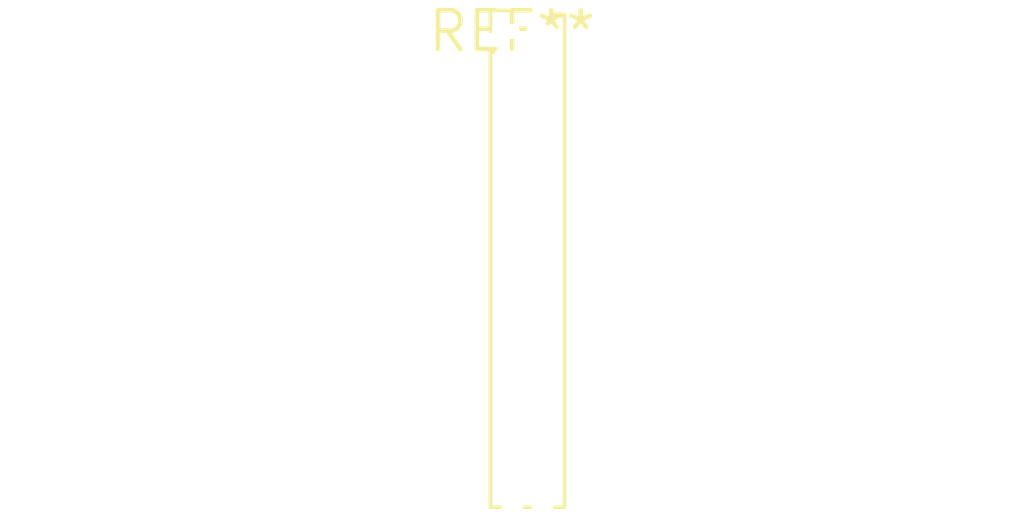
<source format=kicad_pcb>
(kicad_pcb (version 20240108) (generator pcbnew)
  (layers (0 "F.Cu" signal) (31 "B.Cu" signal) (34 "B.Paste" user) (35 "F.Paste" user) (36 "B.SilkS" user "B.Silkscreen") (37 "F.SilkS" user "F.Silkscreen") (38 "B.Mask" user) (39 "F.Mask" user) (44 "Edge.Cuts" user))
  (net 0 "")
  (footprint "PinHeader_2x16_P1.00mm_Vertical" (layer "F.Cu") (at 0 0)
    (property "Reference" "REF**")
    (property "Value" "PinHeader_2x16_P1.00mm_Vertical")
    (fp_line (start -0.71 -0.685) (end 0 -0.685) (layer "F.SilkS") (stroke (width 0.12)))
    (fp_line (start -0.71 0) (end -0.71 -0.685) (layer "F.SilkS") (stroke (width 0.12)))
    (fp_line (start -0.71 0.685) (end -0.71 15.56) (layer "F.SilkS") (stroke (width 0.12)))
    (fp_line (start -0.71 0.685) (end -0.608276 0.685) (layer "F.SilkS") (stroke (width 0.12)))
    (fp_line (start -0.71 15.56) (end -0.394493 15.56) (layer "F.SilkS") (stroke (width 0.12)))
    (fp_line (start 0.394493 15.56) (end 0.605507 15.56) (layer "F.SilkS") (stroke (width 0.12)))
    (fp_line (start 1.394493 -0.56) (end 1.71 -0.56) (layer "F.SilkS") (stroke (width 0.12)))
    (fp_line (start 1.394493 15.56) (end 1.71 15.56) (layer "F.SilkS") (stroke (width 0.12)))
    (fp_line (start 1.71 -0.56) (end 1.71 15.56) (layer "F.SilkS") (stroke (width 0.12)))
    (pad "1" thru_hole rect (at 0 0) (size 0.85 0.85) (drill 0.5) (layers *.Cu *.Mask) (remove_unused_layers))
    (pad "2" thru_hole oval (at 1 0) (size 0.85 0.85) (drill 0.5) (layers *.Cu *.Mask) (remove_unused_layers))
    (pad "3" thru_hole oval (at 0 1) (size 0.85 0.85) (drill 0.5) (layers *.Cu *.Mask) (remove_unused_layers))
    (pad "4" thru_hole oval (at 1 1) (size 0.85 0.85) (drill 0.5) (layers *.Cu *.Mask) (remove_unused_layers))
    (pad "5" thru_hole oval (at 0 2) (size 0.85 0.85) (drill 0.5) (layers *.Cu *.Mask) (remove_unused_layers))
    (pad "6" thru_hole oval (at 1 2) (size 0.85 0.85) (drill 0.5) (layers *.Cu *.Mask) (remove_unused_layers))
    (pad "7" thru_hole oval (at 0 3) (size 0.85 0.85) (drill 0.5) (layers *.Cu *.Mask) (remove_unused_layers))
    (pad "8" thru_hole oval (at 1 3) (size 0.85 0.85) (drill 0.5) (layers *.Cu *.Mask) (remove_unused_layers))
    (pad "9" thru_hole oval (at 0 4) (size 0.85 0.85) (drill 0.5) (layers *.Cu *.Mask) (remove_unused_layers))
    (pad "10" thru_hole oval (at 1 4) (size 0.85 0.85) (drill 0.5) (layers *.Cu *.Mask) (remove_unused_layers))
    (pad "11" thru_hole oval (at 0 5) (size 0.85 0.85) (drill 0.5) (layers *.Cu *.Mask) (remove_unused_layers))
    (pad "12" thru_hole oval (at 1 5) (size 0.85 0.85) (drill 0.5) (layers *.Cu *.Mask) (remove_unused_layers))
    (pad "13" thru_hole oval (at 0 6) (size 0.85 0.85) (drill 0.5) (layers *.Cu *.Mask) (remove_unused_layers))
    (pad "14" thru_hole oval (at 1 6) (size 0.85 0.85) (drill 0.5) (layers *.Cu *.Mask) (remove_unused_layers))
    (pad "15" thru_hole oval (at 0 7) (size 0.85 0.85) (drill 0.5) (layers *.Cu *.Mask) (remove_unused_layers))
    (pad "16" thru_hole oval (at 1 7) (size 0.85 0.85) (drill 0.5) (layers *.Cu *.Mask) (remove_unused_layers))
    (pad "17" thru_hole oval (at 0 8) (size 0.85 0.85) (drill 0.5) (layers *.Cu *.Mask) (remove_unused_layers))
    (pad "18" thru_hole oval (at 1 8) (size 0.85 0.85) (drill 0.5) (layers *.Cu *.Mask) (remove_unused_layers))
    (pad "19" thru_hole oval (at 0 9) (size 0.85 0.85) (drill 0.5) (layers *.Cu *.Mask) (remove_unused_layers))
    (pad "20" thru_hole oval (at 1 9) (size 0.85 0.85) (drill 0.5) (layers *.Cu *.Mask) (remove_unused_layers))
    (pad "21" thru_hole oval (at 0 10) (size 0.85 0.85) (drill 0.5) (layers *.Cu *.Mask) (remove_unused_layers))
    (pad "22" thru_hole oval (at 1 10) (size 0.85 0.85) (drill 0.5) (layers *.Cu *.Mask) (remove_unused_layers))
    (pad "23" thru_hole oval (at 0 11) (size 0.85 0.85) (drill 0.5) (layers *.Cu *.Mask) (remove_unused_layers))
    (pad "24" thru_hole oval (at 1 11) (size 0.85 0.85) (drill 0.5) (layers *.Cu *.Mask) (remove_unused_layers))
    (pad "25" thru_hole oval (at 0 12) (size 0.85 0.85) (drill 0.5) (layers *.Cu *.Mask) (remove_unused_layers))
    (pad "26" thru_hole oval (at 1 12) (size 0.85 0.85) (drill 0.5) (layers *.Cu *.Mask) (remove_unused_layers))
    (pad "27" thru_hole oval (at 0 13) (size 0.85 0.85) (drill 0.5) (layers *.Cu *.Mask) (remove_unused_layers))
    (pad "28" thru_hole oval (at 1 13) (size 0.85 0.85) (drill 0.5) (layers *.Cu *.Mask) (remove_unused_layers))
    (pad "29" thru_hole oval (at 0 14) (size 0.85 0.85) (drill 0.5) (layers *.Cu *.Mask) (remove_unused_layers))
    (pad "30" thru_hole oval (at 1 14) (size 0.85 0.85) (drill 0.5) (layers *.Cu *.Mask) (remove_unused_layers))
    (pad "31" thru_hole oval (at 0 15) (size 0.85 0.85) (drill 0.5) (layers *.Cu *.Mask) (remove_unused_layers))
    (pad "32" thru_hole oval (at 1 15) (size 0.85 0.85) (drill 0.5) (layers *.Cu *.Mask) (remove_unused_layers))
  )
)
</source>
